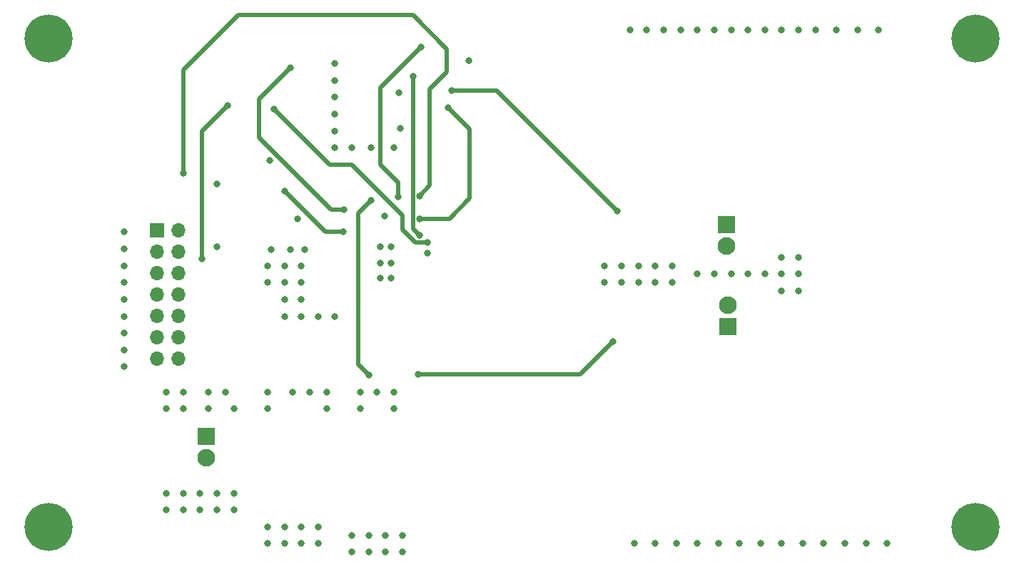
<source format=gbl>
%TF.GenerationSoftware,KiCad,Pcbnew,(5.1.6)-1*%
%TF.CreationDate,2020-11-07T14:41:46+05:30*%
%TF.ProjectId,LT8652,4c543836-3532-42e6-9b69-6361645f7063,rev?*%
%TF.SameCoordinates,Original*%
%TF.FileFunction,Copper,L4,Bot*%
%TF.FilePolarity,Positive*%
%FSLAX46Y46*%
G04 Gerber Fmt 4.6, Leading zero omitted, Abs format (unit mm)*
G04 Created by KiCad (PCBNEW (5.1.6)-1) date 2020-11-07 14:41:46*
%MOMM*%
%LPD*%
G01*
G04 APERTURE LIST*
%TA.AperFunction,ComponentPad*%
%ADD10C,5.700000*%
%TD*%
%TA.AperFunction,ComponentPad*%
%ADD11O,1.700000X1.700000*%
%TD*%
%TA.AperFunction,ComponentPad*%
%ADD12R,1.700000X1.700000*%
%TD*%
%TA.AperFunction,ComponentPad*%
%ADD13C,2.100000*%
%TD*%
%TA.AperFunction,ComponentPad*%
%ADD14R,2.100000X2.100000*%
%TD*%
%TA.AperFunction,ViaPad*%
%ADD15C,0.800000*%
%TD*%
%TA.AperFunction,Conductor*%
%ADD16C,0.500000*%
%TD*%
G04 APERTURE END LIST*
D10*
%TO.P,REF\u002A\u002A,1*%
%TO.N,N/C*%
X220000000Y-141000000D03*
%TD*%
%TO.P,REF\u002A\u002A,1*%
%TO.N,N/C*%
X110000000Y-141000000D03*
%TD*%
%TO.P,REF\u002A\u002A,1*%
%TO.N,N/C*%
X110000000Y-83000000D03*
%TD*%
%TO.P,REF\u002A\u002A,1*%
%TO.N,N/C*%
X220000000Y-83000000D03*
%TD*%
D11*
%TO.P,J4,14*%
%TO.N,Net-(IC1-Pad16)*%
X125440000Y-121040000D03*
%TO.P,J4,13*%
%TO.N,GND2*%
X122900000Y-121040000D03*
%TO.P,J4,12*%
%TO.N,Net-(IC1-Pad15)*%
X125440000Y-118500000D03*
%TO.P,J4,11*%
%TO.N,GND2*%
X122900000Y-118500000D03*
%TO.P,J4,10*%
%TO.N,Net-(IC1-Pad13)*%
X125440000Y-115960000D03*
%TO.P,J4,9*%
%TO.N,GND2*%
X122900000Y-115960000D03*
%TO.P,J4,8*%
%TO.N,/VC2*%
X125440000Y-113420000D03*
%TO.P,J4,7*%
%TO.N,GND2*%
X122900000Y-113420000D03*
%TO.P,J4,6*%
%TO.N,/SS2*%
X125440000Y-110880000D03*
%TO.P,J4,5*%
%TO.N,GND2*%
X122900000Y-110880000D03*
%TO.P,J4,4*%
%TO.N,/SS1*%
X125440000Y-108340000D03*
%TO.P,J4,3*%
%TO.N,GND2*%
X122900000Y-108340000D03*
%TO.P,J4,2*%
%TO.N,/VC1*%
X125440000Y-105800000D03*
D12*
%TO.P,J4,1*%
%TO.N,GND2*%
X122900000Y-105800000D03*
%TD*%
D13*
%TO.P,J3,2*%
%TO.N,GND*%
X190610000Y-114700000D03*
D14*
%TO.P,J3,1*%
%TO.N,/VO2*%
X190610000Y-117240000D03*
%TD*%
D13*
%TO.P,J2,2*%
%TO.N,GND*%
X190410000Y-107640000D03*
D14*
%TO.P,J2,1*%
%TO.N,/VO1*%
X190410000Y-105100000D03*
%TD*%
D13*
%TO.P,J1,2*%
%TO.N,GND*%
X128750000Y-132790000D03*
D14*
%TO.P,J1,1*%
%TO.N,/Vin1*%
X128750000Y-130250000D03*
%TD*%
D15*
%TO.N,GND*%
X136000000Y-141000000D03*
X138000000Y-141000000D03*
X140000000Y-141000000D03*
X142000000Y-141000000D03*
X142000000Y-143000000D03*
X140000000Y-143000000D03*
X138000000Y-143000000D03*
X136000000Y-143000000D03*
X146000000Y-142000000D03*
X148000000Y-142000000D03*
X150000000Y-142000000D03*
X152000000Y-142000000D03*
X146000000Y-144000000D03*
X148000000Y-144000000D03*
X150000000Y-144000000D03*
X152000000Y-144000000D03*
X179500000Y-143000000D03*
X182000000Y-143000000D03*
X184500000Y-143000000D03*
X187000000Y-143000000D03*
X189500000Y-143000000D03*
X192000000Y-143000000D03*
X194500000Y-143000000D03*
X197000000Y-143000000D03*
X199500000Y-143000000D03*
X202000000Y-143000000D03*
X204500000Y-143000000D03*
X207000000Y-143000000D03*
X209500000Y-143000000D03*
X149350001Y-109729999D03*
X150650001Y-109699999D03*
X150650001Y-107735000D03*
X150650001Y-111475000D03*
X149350001Y-107735000D03*
X149350001Y-111459999D03*
X140450000Y-108100000D03*
X138700000Y-108100000D03*
X136450000Y-108100000D03*
X128000000Y-139000000D03*
X130000000Y-139000000D03*
X132000000Y-139000000D03*
X132000000Y-137000000D03*
X130000000Y-137000000D03*
X128000000Y-137000000D03*
X126000000Y-137000000D03*
X126000000Y-139000000D03*
X124000000Y-139000000D03*
X124000000Y-137000000D03*
X199000000Y-82000000D03*
X197000000Y-82000000D03*
X195000000Y-82000000D03*
X193000000Y-82000000D03*
X191000000Y-82000000D03*
X189000000Y-82000000D03*
X187000000Y-82000000D03*
X185000000Y-82000000D03*
X183000000Y-82000000D03*
X181000000Y-82000000D03*
X179000000Y-82000000D03*
X201000000Y-82000000D03*
X176000000Y-110000000D03*
X178000000Y-110000000D03*
X180000000Y-110000000D03*
X182000000Y-110000000D03*
X184000000Y-110000000D03*
X187000000Y-111000000D03*
X189000000Y-111000000D03*
X191000000Y-111000000D03*
X193000000Y-111000000D03*
X195000000Y-111000000D03*
X197000000Y-109000000D03*
X197000000Y-111000000D03*
X199000000Y-111000000D03*
X199000000Y-109000000D03*
X184000000Y-112000000D03*
X182000000Y-112000000D03*
X180000000Y-112000000D03*
X178000000Y-112000000D03*
X176000000Y-112000000D03*
X197000000Y-113000000D03*
X199000000Y-113000000D03*
X140000000Y-114000000D03*
X138000000Y-114000000D03*
X138000000Y-116000000D03*
X140000000Y-116000000D03*
X142000000Y-116000000D03*
X144000000Y-116000000D03*
X130000000Y-107750000D03*
X203500000Y-82000000D03*
X206000000Y-82000000D03*
X208500000Y-82000000D03*
%TO.N,/VCC*%
X155000000Y-107250000D03*
X136800000Y-91400000D03*
%TO.N,/SS1*%
X154000000Y-106400000D03*
X153250000Y-87500000D03*
X131250000Y-91000000D03*
X128189999Y-109189999D03*
%TO.N,/SS2*%
X145000000Y-106000000D03*
X138000000Y-101100000D03*
%TO.N,/FB2*%
X148250000Y-102250000D03*
X148000000Y-123000000D03*
%TO.N,/VO2*%
X153880000Y-122880000D03*
X177000000Y-119000000D03*
%TO.N,/VO1*%
X157875000Y-89175000D03*
X177500000Y-103500000D03*
%TO.N,/VC1*%
X154000000Y-101750000D03*
X126000000Y-99000000D03*
%TO.N,/FB1*%
X154250000Y-84000000D03*
X151525000Y-101825000D03*
%TO.N,/Vin1*%
X143000000Y-127000000D03*
X147000000Y-127000000D03*
X136000000Y-127000000D03*
X132000000Y-127000000D03*
X151000000Y-127000000D03*
X129000000Y-127000000D03*
X126000000Y-127000000D03*
X126000000Y-125000000D03*
X129000000Y-125000000D03*
X131000000Y-125000000D03*
X139000000Y-125000000D03*
X141000000Y-125000000D03*
X143000000Y-125000000D03*
X147000000Y-125000000D03*
X149000000Y-125000000D03*
X151000000Y-125000000D03*
X124000000Y-125000000D03*
X124000000Y-127000000D03*
X136000000Y-110000000D03*
X138000000Y-110000000D03*
X140000000Y-110000000D03*
X140000000Y-112000000D03*
X138000000Y-112000000D03*
X136000000Y-112000000D03*
X136000000Y-125000000D03*
%TO.N,GND2*%
X119000000Y-106000000D03*
X119000000Y-110000000D03*
X119000000Y-112000000D03*
X119000000Y-114000000D03*
X119000000Y-116000000D03*
X119000000Y-118000000D03*
X119000000Y-120000000D03*
X119000000Y-122000000D03*
X155000000Y-108500000D03*
X149860000Y-104140000D03*
X136250000Y-97500000D03*
X130000000Y-100250000D03*
X139547040Y-104452960D03*
X144000000Y-86000000D03*
X144000000Y-88000000D03*
X144000000Y-90000000D03*
X144000000Y-92000000D03*
X144000000Y-94000000D03*
X146000000Y-96000000D03*
X144000000Y-96000000D03*
X159875000Y-85625000D03*
X151550000Y-89450000D03*
X151775000Y-93725000D03*
X148250000Y-96000000D03*
X119000000Y-108000000D03*
X151000000Y-96000000D03*
%TO.N,Net-(IC1-Pad1)*%
X145100000Y-103300000D03*
X138700000Y-86500000D03*
%TO.N,Net-(IC1-Pad30)*%
X154000000Y-104400000D03*
X157400000Y-91200000D03*
%TD*%
D16*
%TO.N,/VCC*%
X143400000Y-98000000D02*
X136800000Y-91400000D01*
X152000000Y-104000000D02*
X146000000Y-98000000D01*
X146000000Y-98000000D02*
X143400000Y-98000000D01*
X152000000Y-105710000D02*
X152000000Y-104000000D01*
X153540000Y-107250000D02*
X152000000Y-105710000D01*
X155000000Y-107250000D02*
X153540000Y-107250000D01*
%TO.N,/SS1*%
X153249999Y-105649999D02*
X154000000Y-106400000D01*
X153249999Y-105649999D02*
X153249999Y-87500001D01*
X153249999Y-87500001D02*
X153250000Y-87500000D01*
X131250000Y-91000000D02*
X128250000Y-94000000D01*
X128250000Y-109129998D02*
X128189999Y-109189999D01*
X128250000Y-94000000D02*
X128250000Y-109129998D01*
%TO.N,/SS2*%
X142900000Y-106000000D02*
X138000000Y-101100000D01*
X145000000Y-106000000D02*
X142900000Y-106000000D01*
%TO.N,/FB2*%
X146750000Y-103750000D02*
X148250000Y-102250000D01*
X146750000Y-121750000D02*
X148000000Y-123000000D01*
X146750000Y-103750000D02*
X146750000Y-121750000D01*
%TO.N,/VO2*%
X173120000Y-122880000D02*
X177000000Y-119000000D01*
X153880000Y-122880000D02*
X173120000Y-122880000D01*
X177000000Y-119000000D02*
X177000000Y-119000000D01*
%TO.N,/VO1*%
X163175000Y-89175000D02*
X177500000Y-103500000D01*
X157875000Y-89175000D02*
X163175000Y-89175000D01*
X177500000Y-103500000D02*
X177500000Y-103500000D01*
%TO.N,/VC1*%
X154000000Y-101750000D02*
X155250000Y-100500000D01*
X153250000Y-80250000D02*
X132500000Y-80250000D01*
X132500000Y-80250000D02*
X126000000Y-86750000D01*
X155250000Y-100500000D02*
X155250000Y-89000000D01*
X155250000Y-89000000D02*
X157250000Y-87000000D01*
X157250000Y-84250000D02*
X153250000Y-80250000D01*
X157250000Y-87000000D02*
X157250000Y-84250000D01*
X126000000Y-86750000D02*
X126000000Y-99000000D01*
%TO.N,/FB1*%
X149400000Y-88850000D02*
X154250000Y-84000000D01*
X151525000Y-101825000D02*
X151525000Y-100100000D01*
X149400000Y-97975000D02*
X149400000Y-88850000D01*
X151525000Y-100100000D02*
X149400000Y-97975000D01*
%TO.N,Net-(IC1-Pad1)*%
X143550000Y-103300000D02*
X145100000Y-103300000D01*
X135000000Y-94750000D02*
X143550000Y-103300000D01*
X138700000Y-86500000D02*
X135000000Y-90200000D01*
X135000000Y-90200000D02*
X135000000Y-94750000D01*
%TO.N,Net-(IC1-Pad30)*%
X154000000Y-104400000D02*
X157600000Y-104400000D01*
X157600000Y-104400000D02*
X160000000Y-102000000D01*
X160000000Y-93800000D02*
X157400000Y-91200000D01*
X160000000Y-102000000D02*
X160000000Y-93800000D01*
%TD*%
M02*

</source>
